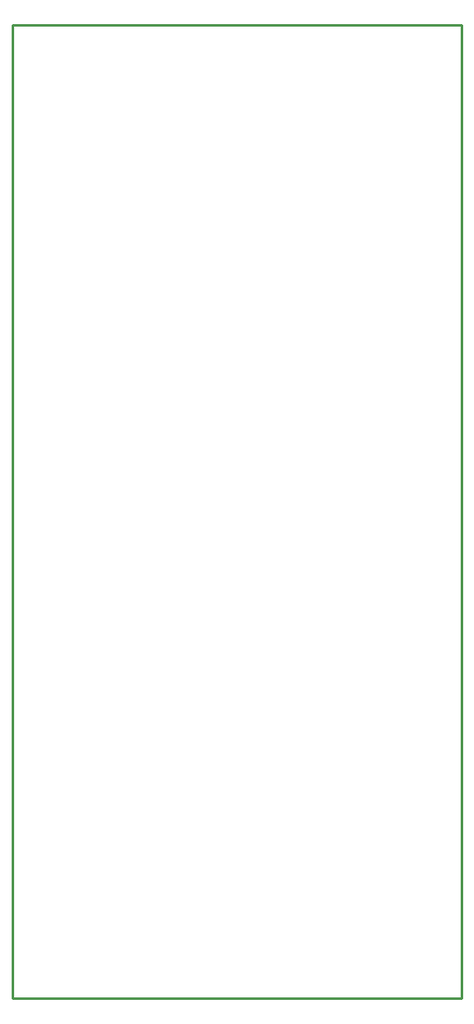
<source format=gko>
G04 EAGLE Gerber RS-274X export*
G75*
%MOMM*%
%FSLAX34Y34*%
%LPD*%
%INBoard Outline*%
%IPPOS*%
%AMOC8*
5,1,8,0,0,1.08239X$1,22.5*%
G01*
%ADD10C,0.000000*%
%ADD11C,0.254000*%


D10*
X0Y0D02*
X457200Y0D01*
X457200Y990600D01*
X0Y990500D01*
X0Y0D01*
D11*
X0Y0D02*
X457200Y0D01*
X457200Y990600D01*
X0Y990500D01*
X0Y0D01*
M02*

</source>
